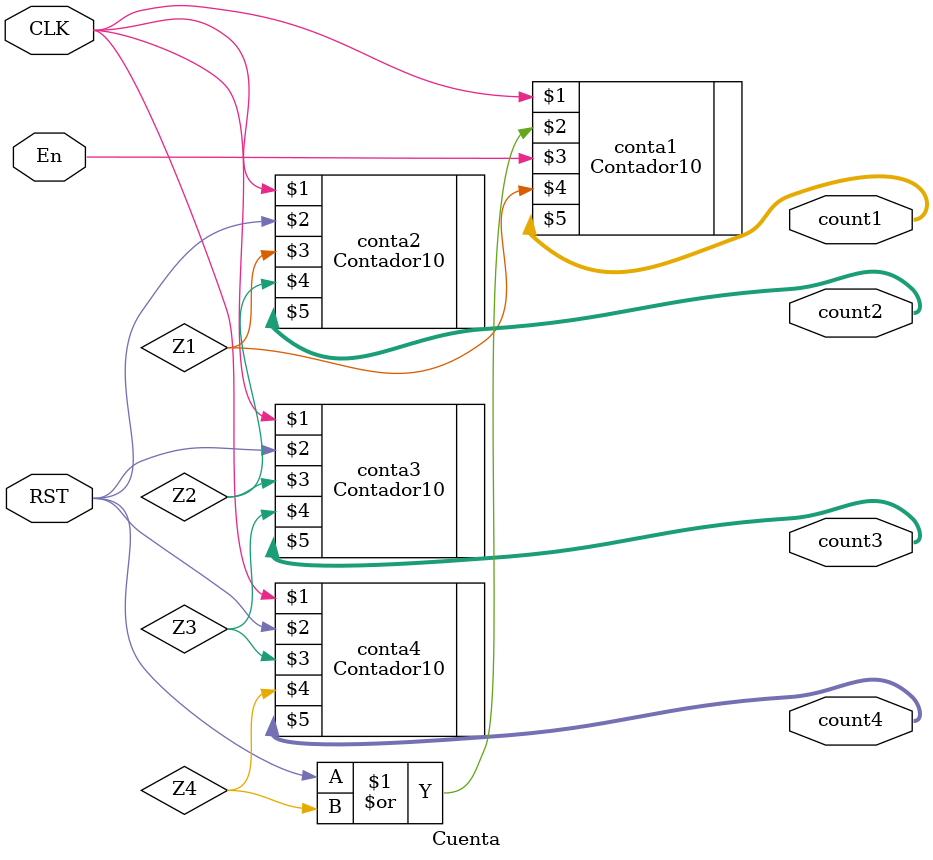
<source format=v>
`timescale 1ns / 1ps
module Cuenta(CLK,RST,En,count1,count2,count3,count4
    );
	 
	 input CLK,RST,En;
	 output wire [3:0] count1,count2,count3,count4;
	 wire Z1,Z2,Z3,Z4;
Contador10 conta1(CLK,(RST|Z4),En,Z1, count1);

Contador10 conta2(CLK,RST,Z1,Z2, count2);

Contador10 conta3(CLK,RST,Z2,Z3, count3);

Contador10 conta4(CLK,RST,Z3,Z4, count4);

endmodule

</source>
